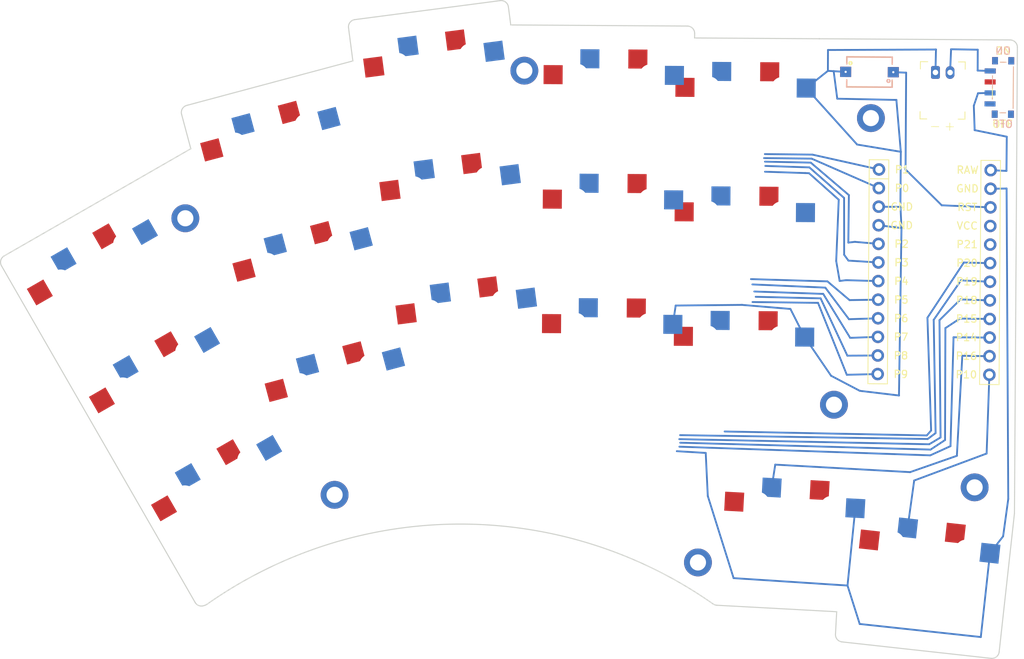
<source format=kicad_pcb>
(kicad_pcb (version 20240108) (generator "pcbnew") (generator_version "8.0")
  (title_block (title "main_pcb") (rev "v1.0.0") (company "Unknown"))
  (layers (0 "F.Cu" signal) (31 "B.Cu" signal) (34 "B.Paste" user) (35 "F.Paste" user) (36 "B.SilkS" user "B.Silkscreen") (37 "F.SilkS" user "F.Silkscreen") (38 "B.Mask" user) (39 "F.Mask" user) (44 "Edge.Cuts" user))
  (net 0 "")
  (net 1 "P14")
  (net 2 "GND")
  (net 3 "P9")
  (net 4 "P4")
  (net 5 "P15")
  (net 6 "P8")
  (net 7 "P3")
  (net 8 "P18")
  (net 9 "P7")
  (net 10 "P2")
  (net 11 "P19")
  (net 12 "P6")
  (net 13 "P1")
  (net 14 "P20")
  (net 15 "P5")
  (net 16 "P0")
  (net 17 "P16")
  (net 18 "P10")
  (net 19 "RAW")
  (net 20 "RST")
  (net 21 "VCC")
  (net 22 "P21")
  (net 23 "PWR_SW")
  (footprint "ceoloide:mounting_hole_plated" (layer "F.Cu") (at 215.779777 128.875683 15)
    (property "Reference" "H6" (hide yes))
    (property "Value" "")
    (pad "" thru_hole circle (at 0 0 15) (size 3.8 3.8) (drill 2.2) (layers "*.Cu" "*.Mask"))
  )
  (footprint "PG1350" (layer "F.Cu") (at 185.603331 104.602872 -0.36)
    (property "Reference" "S11" (hide yes))
    (property "Value" "" (hide yes))
    (pad "" np_thru_hole circle (at -5.500003 -0.000001 15) (size 1.7018 1.7018) (drill 1.7018) (layers "*.Cu" "*.Mask"))
    (pad "" np_thru_hole circle (at -4.999999 -3.75 15) (size 3 3) (drill 3) (layers "*.Cu" "*.Mask"))
    (pad "" np_thru_hole circle (at 0 0 15) (size 3.429 3.429) (drill 3.429) (layers "*.Cu" "*.Mask"))
    (pad "" np_thru_hole circle (at 0.000002 -5.949999 15) (size 3 3) (drill 3) (layers "*.Cu" "*.Mask"))
    (pad "" np_thru_hole circle (at 0.000002 -5.949999 15) (size 3 3) (drill 3) (layers "*.Cu" "*.Mask"))
    (pad "" np_thru_hole circle (at 5.000002 -3.749997 15) (size 3 3) (drill 3) (layers "*.Cu" "*.Mask"))
    (pad "" np_thru_hole circle (at 5.500003 0.000001 15) (size 1.7018 1.7018) (drill 1.7018) (layers "*.Cu" "*.Mask"))
    (pad "1" smd rect (at -3.275 -5.949999 359.64) (size 2.6 2.6) (layers "B.Cu" "B.Paste" "B.Mask") (net 12 "P6"))
    (pad "1" smd rect (at 3.275002 -5.950001 359.64) (size 2.6 2.6) (layers "F.Cu" "F.Paste" "F.Mask") (net 12 "P6"))
    (pad "2" smd rect (at -8.274997 -3.75 359.64) (size 2.6 2.6) (layers "F.Cu" "F.Paste" "F.Mask") (net 2 "GND"))
    (pad "2" smd rect (at 8.274999 -3.749998 359.64) (size 2.6 2.6) (layers "B.Cu" "B.Paste" "B.Mask") (net 2 "GND"))
  )
  (footprint "PG1350" (layer "F.Cu") (at 203.592805 106.335934 -0.36)
    (property "Reference" "S14" (hide yes))
    (property "Value" "" (hide yes))
    (pad "" np_thru_hole circle (at -5.500003 -0.000001 15) (size 1.7018 1.7018) (drill 1.7018) (layers "*.Cu" "*.Mask"))
    (pad "" np_thru_hole circle (at -4.999999 -3.75 15) (size 3 3) (drill 3) (layers "*.Cu" "*.Mask"))
    (pad "" np_thru_hole circle (at 0 0 15) (size 3.429 3.429) (drill 3.429) (layers "*.Cu" "*.Mask"))
    (pad "" np_thru_hole circle (at 0.000002 -5.949999 15) (size 3 3) (drill 3) (layers "*.Cu" "*.Mask"))
    (pad "" np_thru_hole circle (at 0.000002 -5.949999 15) (size 3 3) (drill 3) (layers "*.Cu" "*.Mask"))
    (pad "" np_thru_hole circle (at 5.000002 -3.749997 15) (size 3 3) (drill 3) (layers "*.Cu" "*.Mask"))
    (pad "" np_thru_hole circle (at 5.500003 0.000001 15) (size 1.7018 1.7018) (drill 1.7018) (layers "*.Cu" "*.Mask"))
    (pad "1" smd rect (at -3.275 -5.949999 359.64) (size 2.6 2.6) (layers "B.Cu" "B.Paste" "B.Mask") (net 15 "P5"))
    (pad "1" smd rect (at 3.275002 -5.950001 359.64) (size 2.6 2.6) (layers "F.Cu" "F.Paste" "F.Mask") (net 15 "P5"))
    (pad "2" smd rect (at -8.274997 -3.75 359.64) (size 2.6 2.6) (layers "F.Cu" "F.Paste" "F.Mask") (net 2 "GND"))
    (pad "2" smd rect (at 8.274999 -3.749998 359.64) (size 2.6 2.6) (layers "B.Cu" "B.Paste" "B.Mask") (net 2 "GND"))
  )
  (footprint "ceoloide:mounting_hole_plated" (layer "F.Cu") (at 173.532879 83.25552 15)
    (property "Reference" "H3" (hide yes))
    (property "Value" "")
    (pad "" thru_hole circle (at 0 0 15) (size 3.8 3.8) (drill 2.2) (layers "*.Cu" "*.Mask"))
  )
  (footprint "PG1350" (layer "F.Cu") (at 139.848218 95.553891 15)
    (property "Reference" "S6" (hide yes))
    (property "Value" "" (hide yes))
    (pad "" np_thru_hole circle (at -5.500002 0.000001 15) (size 1.7018 1.7018) (drill 1.7018) (layers "*.Cu" "*.Mask"))
    (pad "" np_thru_hole circle (at -4.999999 -3.750002 15) (size 3 3) (drill 3) (layers "*.Cu" "*.Mask"))
    (pad "" np_thru_hole circle (at 0 -5.949995 15) (size 3 3) (drill 3) (layers "*.Cu" "*.Mask"))
    (pad "" np_thru_hole circle (at 0 -5.949995 15) (size 3 3) (drill 3) (layers "*.Cu" "*.Mask"))
    (pad "" np_thru_hole circle (at 0 0 15) (size 3.429 3.429) (drill 3.429) (layers "*.Cu" "*.Mask"))
    (pad "" np_thru_hole circle (at 4.999996 -3.75 15) (size 3 3) (drill 3) (layers "*.Cu" "*.Mask"))
    (pad "" np_thru_hole circle (at 5.500002 -0.000001 15) (size 1.7018 1.7018) (drill 1.7018) (layers "*.Cu" "*.Mask"))
    (pad "1" smd rect (at -3.274998 -5.949998 15) (size 2.6 2.6) (layers "B.Cu" "B.Paste" "B.Mask") (net 7 "P3"))
    (pad "1" smd rect (at 3.275001 -5.950003 15) (size 2.6 2.6) (layers "F.Cu" "F.Paste" "F.Mask") (net 7 "P3"))
    (pad "2" smd rect (at -8.275002 -3.750001 15) (size 2.6 2.6) (layers "F.Cu" "F.Paste" "F.Mask") (net 2 "GND"))
    (pad "2" smd rect (at 8.275 -3.75 15) (size 2.6 2.6) (layers "B.Cu" "B.Paste" "B.Mask") (net 2 "GND"))
  )
  (footprint "ceoloide:mounting_hole_plated" (layer "F.Cu") (at 234.976401 140.158352 15)
    (property "Reference" "H5" (hide yes))
    (property "Value" "")
    (pad "" thru_hole circle (at 0 0 15) (size 3.8 3.8) (drill 2.2) (layers "*.Cu" "*.Mask"))
  )
  (footprint "ceoloide:mounting_hole_plated" (layer "F.Cu") (at 220.821768 89.737105 15)
    (property "Reference" "H7" (hide yes))
    (property "Value" "")
    (pad "" thru_hole circle (at 0 0 15) (size 3.8 3.8) (drill 2.2) (layers "*.Cu" "*.Mask"))
  )
  (footprint "ceoloide:mcu_supermini_nrf52840" (layer "F.Cu") (at 229.463438 109.498547 -0.36)
    (property "Reference" "MCU1" (hide yes))
    (property "Value" "")
    (fp_line (start -8.950002 16.569997) (end -6.290001 16.570001) (stroke (width 0.12)) (layer "F.SilkS"))
    (fp_line (start -8.949999 -14.030001) (end -8.950002 16.569997) (stroke (width 0.12)) (layer "F.SilkS"))
    (fp_line (start -8.949999 -14.030001) (end -6.29 -14.030001) (stroke (width 0.12)) (layer "F.SilkS"))
    (fp_line (start -6.289999 -11.430002) (end -8.950001 -11.43) (stroke (width 0.12)) (layer "F.SilkS"))
    (fp_line (start -6.29 -14.030001) (end -6.290001 16.570001) (stroke (width 0.12)) (layer "F.SilkS"))
    (fp_line (start 6.289998 16.57) (end 8.949999 16.569998) (stroke (width 0.12)) (layer "F.SilkS"))
    (fp_line (start 6.290002 -14.029999) (end 6.289998 16.57) (stroke (width 0.12)) (layer "F.SilkS"))
    (fp_line (start 6.290002 -14.029999) (end 8.949998 -14.029997) (stroke (width 0.12)) (layer "F.SilkS"))
    (fp_line (start 8.949998 -14.029997) (end 8.949999 16.569998) (stroke (width 0.12)) (layer "F.SilkS"))
    (fp_text user "P8" (at -4.469999 12.699997 179.64) (layer "F.SilkS"))
    (fp_text user "VCC" (at 4.470002 -5.079999 179.64) (layer "F.SilkS"))
    (fp_text user "P20" (at 4.469997 -0.000002 179.64) (layer "F.SilkS"))
    (fp_text user "P0" (at -4.469999 -10.16 179.64) (layer "F.SilkS"))
    (fp_text user "RST" (at 4.469995 -7.620001 179.64) (layer "F.SilkS"))
    (fp_text user "P9" (at -4.469999 15.240003 179.64) (layer "F.SilkS"))
    (fp_text user "P5" (at -4.470002 5.079999 179.64) (layer "F.SilkS"))
    (fp_text user "P21" (at 4.469997 -2.54 179.64) (layer "F.SilkS"))
    (fp_text user "P2" (at -4.470001 -2.540002 179.64) (layer "F.SilkS"))
    (fp_text user "P19" (at 4.470001 2.540002 179.64) (layer "F.SilkS"))
    (fp_text user "GND" (at 4.47 -10.160001 179.64) (layer "F.SilkS"))
    (fp_text user "P3" (at -4.469997 0.000002 179.64) (layer "F.SilkS"))
    (fp_text user "P4" (at -4.469997 2.54 179.64) (layer "F.SilkS"))
    (fp_text user "P7" (at -4.47 10.160001 179.64) (layer "F.SilkS"))
    (fp_text user "P18" (at 4.470001 5.08 179.64) (layer "F.SilkS"))
    (fp_text user "GND" (at -4.470001 -5.08 179.64) (layer "F.SilkS"))
    (fp_text user "RAW" (at 4.469999 -12.699997 179.64) (layer "F.SilkS"))
    (fp_text user "P1" (at -4.470002 -12.699999 179.64) (layer "F.SilkS"))
    (fp_text user "P6" (at -4.469995 7.620001 179.64) (layer "F.SilkS"))
    (fp_text user "P16" (at 4.470002 12.699999 179.64) (layer "F.SilkS"))
    (fp_text user "P15" (at 4.470003 7.620002 179.64) (layer "F.SilkS"))
    (fp_text user "P14" (at 4.469999 10.16 179.64) (layer "F.SilkS"))
    (fp_text user "P10" (at 4.469999 15.239997 179.64) (layer "F.SilkS"))
    (fp_text user "GND" (at -4.470003 -7.620002 179.64) (layer "F.SilkS"))
    (pad "1" thru_hole circle (at 7.62 -12.7 359.64) (size 1.7 1.7) (drill 1) (layers "*.Cu" "*.Mask") (net 19 "RAW"))
    (pad "2" thru_hole circle (at 7.62 -10.16 359.64) (size 1.7 1.7) (drill 1) (layers "*.Cu" "*.Mask") (net 2 "GND"))
    (pad "3" thru_hole circle (at 7.619999 -7.620003 359.64) (size 1.7 1.7) (drill 1) (layers "*.Cu" "*.Mask") (net 20 "RST"))
    (pad "4" thru_hole circle (at 7.619998 -5.080001 359.64) (size 1.7 1.7) (drill 1) (layers "*.Cu" "*.Mask") (net 21 "VCC"))
    (pad "5" thru_hole circle (at 7.619997 -2.539999 359.64) (size 1.7 1.7) (drill 1) (layers "*.Cu" "*.Mask") (net 22 "P21"))
    (pad "6" thru_hole circle (at 7.619998 -0.000003 359.64) (size 1.7 1.7) (drill 1) (layers "*.Cu" "*.Mask") (net 14 "P20"))
    (pad "7" thru_hole circle (at 7.620003 2.539999 359.64) (size 1.7 1.7) (drill 1) (layers "*.Cu" "*.Mask") (net 11 "P19"))
    (pad "8" thru_hole circle (at 7.620001 5.079998 359.64) (size 1.7 1.7) (drill 1) (layers "*.Cu" "*.Mask") (net 8 "P18"))
    (pad "9" thru_hole circle (at 7.620003 7.619999 359.64) (size 1.7 1.7) (drill 1) (layers "*.Cu" "*.Mask") (net 5 "P15"))
    (pad "10" thru_hole circle (at 7.62 10.159999 359.64) (size 1.7 1.7) (drill 1) (layers "*.Cu" "*.Mask") (net 1 "P14"))
    (pad "11" thru_hole circle (at 7.619999 12.7 359.64) (size 1.7 1.7) (drill 1) (layers "*.Cu" "*.Mask") (net 17 "P16"))
    (pad "12" thru_hole circle (at 7.62 15.239997 359.64) (size 1.7 1.7) (drill 1) (layers "*.Cu" "*.Mask") (net 18 "P10"))
    (pad "13" thru_hole circle (at -7.62 15.240001 359.64) (size 1.7 1.7) (drill 1) (layers "*.Cu" "*.Mask") (net 3 "P9"))
    (pad "14" thru_hole circle (at -7.62 12.7 359.64) (size 1.7 1.7) (drill 1) (layers "*.Cu" "*.Mask") (net 6 "P8"))
    (pad "15" thru_hole circle (at -7.62 10.16 359.64) (size 1.7 1.7) (drill 1) (layers "*.Cu" "*.Mask") (net 9 "P7"))
    (pad "16" thru_hole circle (at -7.619999 7.620003 359.64) (size 1.7 1.7) (drill 1) (layers "*.Cu" "*.Mask") (net 12 "P6"))
    (pad "17" thru_hole circle (at -7.619998 5.080001 359.64) (size 1.7 1.7) (drill 1) (layers "*.Cu" "*.Mask") (net 15 "P5"))
    (pad "18" thru_hole circle (at -7.619997 2.539999 359.64) (size 1.7 1.7) (drill 1) (layers "*.Cu" "*.Mask") (net 4 "P4"))
    (pad "19" thru_hole circle (at -7.619998 0.000003 359.64) (size 1.7 1.7) (drill 1) (layers "*.Cu" "*.Mask") (net 7 "P3"))
    (pad "20" thru_hole circle (at -7.620003 -2.539999 359.64) (size 1.7 1.7) (drill 1) (layers "*.Cu" "*.Mask") (net 10 "P2"))
    (pad "21" thru_hole circle (at -7.620001 -5.079998 359.64) (size 1.7 1.7) (drill 1) (layers "*.Cu" "*.Mask") (net 2 "GND"))
    (pad "22" thru_hole circle (at -7.620003 -7.619999 359.64) (size 1.7 1.7) (drill 1) (layers "*.Cu" "*.Mask") (net 2 "GND"))
    (pad "23" thru_hole circle (at -7.62 -10.159999 359.64) (size 1.7 1.7) (drill 1) (layers "*.Cu" "*.Mask") (net 16 "P0"))
    (pad "24" thru_hole circle (at -7.619999 -12.7 359.64) (size 1.7 1.7) (drill 1) (layers "*.Cu" "*.Mask") (net 13 "P1"))
  )
  (footprint "PG1350" (layer "F.Cu") (at 144.248137 111.974634 15)
    (property "Reference" "S5" (hide yes))
    (property "Value" "" (hide yes))
    (pad "" np_thru_hole circle (at -5.500002 0.000001 15) (size 1.7018 1.7018) (drill 1.7018) (layers "*.Cu" "*.Mask"))
    (pad "" np_thru_hole circle (at -4.999999 -3.750002 15) (size 3 3) (drill 3) (layers "*.Cu" "*.Mask"))
    (pad "" np_thru_hole circle (at 0 -5.949995 15) (size 3 3) (drill 3) (layers "*.Cu" "*.Mask"))
    (pad "" np_thru_hole circle (at 0 -5.949995 15) (size 3 3) (drill 3) (layers "*.Cu" "*.Mask"))
    (pad "" np_thru_hole circle (at 0 0 15) (size 3.429 3.429) (drill 3.429) (layers "*.Cu" "*.Mask"))
    (pad "" np_thru_hole circle (at 4.999996 -3.75 15) (size 3 3) (drill 3) (layers "*.Cu" "*.Mask"))
    (pad "" np_thru_hole circle (at 5.500002 -0.000001 15) (size 1.7018 1.7018) (drill 1.7018) (layers "*.Cu" "*.Mask"))
    (pad "1" smd rect (at -3.274998 -5.949998 15) (size 2.6 2.6) (layers "B.Cu" "B.Paste" "B.Mask") (net 6 "P8"))
    (pad "1" smd rect (at 3.275001 -5.950003 15) (size 2.6 2.6) (layers "F.Cu" "F.Paste" "F.Mask") (net 6 "P8"))
    (pad "2" smd rect (at -8.275002 -3.750001 15) (size 2.6 2.6) (layers "F.Cu" "F.Paste" "F.Mask") (net 2 "GND"))
    (pad "2" smd rect (at 8.275 -3.75 15) (size 2.6 2.6) (layers "B.Cu" "B.Paste" "B.Mask") (net 2 "GND"))
  )
  (footprint "PG1350" (layer "F.Cu") (at 210.229739 146.307598 -3.1)
    (property "Reference" "S16" (hide yes))
    (property "Value" "" (hide yes))
    (pad "" np_thru_hole circle (at -5.5 0 15) (size 1.7018 1.7018) (drill 1.7018) (layers "*.Cu" "*.Mask"))
    (pad "" np_thru_hole circle (at -5.000003 -3.75 15) (size 3 3) (drill 3) (layers "*.Cu" "*.Mask"))
    (pad "" np_thru_hole circle (at -0.000001 -5.949999 15) (size 3 3) (drill 3) (layers "*.Cu" "*.Mask"))
    (pad "" np_thru_hole circle (at -0.000001 -5.949999 15) (size 3 3) (drill 3) (layers "*.Cu" "*.Mask"))
    (pad "" np_thru_hole circle (at 0 0 15) (size 3.429 3.429) (drill 3.429) (layers "*.Cu" "*.Mask"))
    (pad "" np_thru_hole circle (at 5 -3.750001 15) (size 3 3) (drill 3) (layers "*.Cu" "*.Mask"))
    (pad "" np_thru_hole circle (at 5.5 0 15) (size 1.7018 1.7018) (drill 1.7018) (layers "*.Cu" "*.Mask"))
    (pad "1" smd rect (at -3.274999 -5.950001 356.9) (size 2.6 2.6) (layers "B.Cu" "B.Paste" "B.Mask") (net 17 "P16"))
    (pad "1" smd rect (at 3.275002 -5.950002 356.9) (size 2.6 2.6) (layers "F.Cu" "F.Paste" "F.Mask") (net 17 "P16"))
    (pad "2" smd rect (at -8.275 -3.750002 356.9) (size 2.6 2.6) (layers "F.Cu" "F.Paste" "F.Mask") (net 2 "GND"))
    (pad "2" smd rect (at 8.275002 -3.750001 356.9) (size 2.6 2.6) (layers "B.Cu" "B.Paste" "B.Mask") (net 2 "GND"))
  )
  (footprint "PG1350" (layer "F.Cu") (at 185.710147 87.603206 -0.36)
    (property "Reference" "S12" (hide yes))
    (property "Value" "" (hide yes))
    (pad "" np_thru_hole circle (at -5.500003 -0.000001 15) (size 1.7018 1.7018) (drill 1.7018) (layers "*.Cu" "*.Mask"))
    (pad "" np_thru_hole circle (at -4.999999 -3.75 15) (size 3 3) (drill 3) (layers "*.Cu" "*.Mask"))
    (pad "" np_thru_hole circle (at 0 0 15) (size 3.429 3.429) (drill 3.429) (layers "*.Cu" "*.Mask"))
    (pad "" np_thru_hole circle (at 0.000002 -5.949999 15) (size 3 3) (drill 3) (layers "*.Cu" "*.Mask"))
    (pad "" np_thru_hole circle (at 0.000002 -5.949999 15) (size 3 3) (drill 3) (layers "*.Cu" "*.Mask"))
    (pad "" np_thru_hole circle (at 5.000002 -3.749997 15) (size 3 3) (drill 3) (layers "*.Cu" "*.Mask"))
    (pad "" np_thru_hole circle (at 5.500003 0.000001 15) (size 1.7018 1.7018) (drill 1.7018) (layers "*.Cu" "*.Mask"))
    (pad "1" smd rect (at -3.275 -5.949999 359.64) (size 2.6 2.6) (layers "B.Cu" "B.Paste" "B.Mask") (net 13 "P1"))
    (pad "1" smd rect (at 3.275002 -5.950001 359.64) (size 2.6 2.6) (layers "F.Cu" "F.Paste" "F.Mask") (net 13 "P1"))
    (pad "2" smd rect (at -8.274997 -3.75 359.64) (size 2.6 2.6) (layers "F.Cu" "F.Paste" "F.Mask") (net 2 "GND"))
    (pad "2" smd rect (at 8.274999 -3.749998 359.64) (size 2.6 2.6) (layers "B.Cu" "B.Paste" "B.Mask") (net 2 "GND"))
  )
  (footprint "ceoloide:mounting_hole_plated" (layer "F.Cu") (at 147.642679 141.180124 15)
    (property "Reference" "H2" (hide yes))
    (property "Value" "")
    (pad "" thru_hole circle (at 0 0 15) (size 3.8 3.8) (drill 2.2) (layers "*.Cu" "*.Mask"))
  )
  (footprint "PG1350" (layer "F.Cu") (at 124.93625 127.40857 29.89)
    (property "Reference" "S2" (hide yes))
    (property "Value" "" (hide yes))
    (pad "" np_thru_hole circle (at -5.500001 0 15) (size 1.7018 1.7018) (drill 1.7018) (layers "*.Cu" "*.Mask"))
    (pad "" np_thru_hole circle (at -5 -3.749998 15) (size 3 3) (drill 3) (layers "*.Cu" "*.Mask"))
    (pad "" np_thru_hole circle (at -0.000004 -5.949998 15) (size 3 3) (drill 3) (layers "*.Cu" "*.Mask"))
    (pad "" np_thru_hole circle (at -0.000004 -5.949998 15) (size 3 3) (drill 3) (layers "*.Cu" "*.Mask"))
    (pad "" np_thru_hole circle (at 0 0 15) (size 3.429 3.429) (drill 3.429) (layers "*.Cu" "*.Mask"))
    (pad "" np_thru_hole circle (at 5.000003 -3.75 15) (size 3 3) (drill 3) (layers "*.Cu" "*.Mask"))
    (pad "" np_thru_hole circle (at 5.500001 0 15) (size 1.7018 1.7018) (drill 1.7018) (layers "*.Cu" "*.Mask"))
    (pad "1" smd rect (at -3.274997 -5.950001 29.89) (size 2.6 2.6) (layers "B.Cu" "B.Paste" "B.Mask") (net 3 "P9"))
    (pad "1" smd rect (at 3.274998 -5.949998 29.89) (size 2.6 2.6) (layers "F.Cu" "F.Paste" "F.Mask") (net 3 "P9"))
    (pad "2" smd rect (at -8.275003 -3.750001 29.89) (size 2.6 2.6) (layers "F.Cu" "F.Paste" "F.Mask") (net 2 "GND"))
    (pad "2" smd rect (at 8.274999 -3.750002 29.89) (size 2.6 2.6) (layers "B.Cu" "B.Paste" "B.Mask") (net 2 "GND"))
  )
  (footprint "PG1350" (layer "F.Cu") (at 166.089872 119.112806 7.45)
    (property "Reference" "S7" (hide yes))
    (property "Value" "" (hide yes))
    (pad "" np_thru_hole circle (at -5.5 0.000003 15) (size 1.7018 1.7018) (drill 1.7018) (layers "*.Cu" "*.Mask"))
    (pad "" np_thru_hole circle (at -5 -3.749999 15) (size 3 3) (drill 3) (layers "*.Cu" "*.Mask"))
    (pad "" np_thru_hole circle (at -0.000002 -5.950001 15) (size 3 3) (drill 3) (layers "*.Cu" "*.Mask"))
    (pad "" np_thru_hole circle (at -0.000002 -5.950001 15) (size 3 3) (drill 3) (layers "*.Cu" "*.Mask"))
    (pad "" np_thru_hole circle (at 0 0 15) (size 3.429 3.429) (drill 3.429) (layers "*.Cu" "*.Mask"))
    (pad "" np_thru_hole circle (at 5.000002 -3.750001 15) (size 3 3) (drill 3) (layers "*.Cu" "*.Mask"))
    (pad "" np_thru_hole circle (at 5.5 -0.000003 15) (size 1.7018 1.7018) (drill 1.7018) (layers "*.Cu" "*.Mask"))
    (pad "1" smd rect (at -3.274997 -5.950001 7.45) (size 2.6 2.6) (layers "B.Cu" "B.Paste" "B.Mask") (net 8 "P18"))
    (pad "1" smd rect (at 3.275001 -5.95 7.45) (size 2.6 2.6) (layers "F.Cu" "F.Paste" "F.Mask") (net 8 "P18"))
    (pad "2" smd rect (at -8.274999 -3.749998 7.45) (size 2.6 2.6) (layers "F.Cu" "F.Paste" "F.Mask") (net 2 "GND"))
    (pad "2" smd rect (at 8.275001 -3.750002 7.45) (size 2.6 2.6) (layers "B.Cu" "B.Paste" "B.Mask") (net 2 "GND"))
  )
  (footprint "ceoloide:battery_connector_jst_ph_2" (layer "F.Cu") (at 230.62678 83.505346 -0.36)
    (property "Reference" "JST1" (hide yes))
    (property "Value" "")
    (fp_line (start -3.059997 6.36) (end -3.059998 5.359998) (stroke (width 0.12)) (layer "F.SilkS"))
    (fp_line (start -3.060001 -1.459999) (end -3.059999 -0.460001) (stroke (width 0.12)) (layer "F.SilkS"))
    (fp_line (start -2.140003 6.360003) (end -3.059997 6.36) (stroke (width 0.12)) (layer "F.SilkS"))
    (fp_line (start -2.059998 -1.459998) (end -3.060001 -1.459999) (stroke (width 0.12)) (layer "F.SilkS"))
    (fp_line (start -1.499999 7.4) (end -0.5 7.400002) (stroke (width 0.1)) (layer "F.SilkS"))
    (fp_line (start 1 6.899998) (end 1.000001 7.900002) (stroke (width 0.1)) (layer "F.SilkS"))
    (fp_line (start 1.500001 7.400002) (end 0.5 7.399997) (stroke (width 0.1)) (layer "F.SilkS"))
    (fp_line (start 2.140003 6.360004) (end 3.059999 6.359999) (stroke (width 0.12)) (layer "F.SilkS"))
    (fp_line (start 2.139998 -1.460003) (end 3.060001 -1.460001) (stroke (width 0.12)) (layer "F.SilkS"))
    (fp_line (start 3.059999 6.359999) (end 3.059999 5.359999) (stroke (width 0.12)) (layer "F.SilkS"))
    (fp_line (start 3.060001 -1.460001) (end 3.059999 -0.46) (stroke (width 0.12)) (layer "F.SilkS"))
    (pad "1" thru_hole roundrect (at -0.999998 -0.000001 359.64) (size 1.2 1.75) (drill 0.75) (layers "*.Cu" "*.Mask") (roundrect_rratio 0.2) (net 2 "GND"))
    (pad "2" thru_hole oval (at 0.999998 0.000001 359.64) (size 1.2 1.75) (drill 0.75) (layers "*.Cu" "*.Mask") (net 23 "PWR_SW"))
  )
  (footprint "PG1350" (layer "F.Cu") (at 203.485986 123.3356 -0.36)
    (property "Reference" "S13" (hide yes))
    (property "Value" "" (hide yes))
    (pad "" np_thru_hole circle (at -5.500003 -0.000001 15) (size 1.7018 1.7018) (drill 1.7018) (layers "*.Cu" "*.Mask"))
    (pad "" np_thru_hole circle (at -4.999999 -3.75 15) (size 3 3) (drill 3) (layers "*.Cu" "*.Mask"))
    (pad "" np_thru_hole circle (at 0 0 15) (size 3.429 3.429) (drill 3.429) (layers "*.Cu" "*.Mask"))
    (pad "" np_thru_hole circle (at 0.000002 -5.949999 15) (size 3 3) (drill 3) (layers "*.Cu" "*.Mask"))
    (pad "" np_thru_hole circle (at 0.000002 -5.949999 15) (size 3 3) (drill 3) (layers "*.Cu" "*.Mask"))
    (pad "" np_thru_hole circle (at 5.000002 -3.749997 15) (size 3 3) (drill 3) (layers "*.Cu" "*.Mask"))
    (pad "" np_thru_hole circle (at 5.500003 0.000001 15) (size 1.7018 1.7018) (drill 1.7018) (layers "*.Cu" "*.Mask"))
    (pad "1" smd rect (at -3.275 -5.949999 359.64) (size 2.6 2.6) (layers "B.Cu" "B.Paste" "B.Mask") (net 14 "P20"))
    (pad "1" smd rect (at 3.275002 -5.950001 359.64) (size 2.6 2.6) (layers "F.Cu" "F.Paste" "F.Mask") (net 14 "P20"))
    (pad "2" smd rect (at -8.274997 -3.75 359.64) (size 2.6 2.6) (layers "F.Cu" "F.Paste" "F.Mask") (net 2 "GND"))
    (pad "2" smd rect (at 8.274999 -3.749998 359.64) (size 2.6 2.6) (layers "B.Cu" "B.Paste" "B.Mask") (net 2 "GND"))
  )
  (footprint "ceoloide:mounting_hole_plated" (layer "F.Cu") (at 197.221623 150.412747 15)
    (property "Reference" "H4" (hide yes))
    (property "Value" "")
    (pad "" thru_hole circle (at 0 0 15) (size 3.8 3.8) (drill 2.2) (layers "*.Cu" "*.Mask"))
  )
  (footprint "PG1350" (layer "F.Cu") (at 148.648062 128.395366 15)
    (property "Reference" "S4" (hide yes))
    (property "Value" "" (hide yes))
    (pad "" np_thru_hole circle (at -5.500002 0.000001 15) (size 1.7018 1.7018) (drill 1.7018) (layers "*.Cu" "*.Mask"))
    (pad "" np_thru_hole circle (at -4.999999 -3.750002 15) (size 3 3) (drill 3) (layers "*.Cu" "*.Mask"))
    (pad "" np_thru_hole circle (at 0 -5.949995 15) (size 3 3) (drill 3) (layers "*.Cu" "*.Mask"))
    (pad "" np_thru_hole circle (at 0 -5.949995 15) (size 3 3) (drill 3) (layers "*.Cu" "*.Mask"))
    (pad "" np_thru_hole circle (at 0 0 15) (size 3.429 3.429) (drill 3.429) (layers "*.Cu" "*.Mask"))
    (pad "" np_thru_hole circle (at 4.999996 -3.75 15) (size 3 3) (drill 3) (layers "*.Cu" "*.Mask"))
    (pad "" np_thru_hole circle (at 5.500002 -0.000001 15) (size 1.7018 1.7018) (drill 1.7018) (layers "*.Cu" "*.Mask"))
    (pad "1" smd rect (at -3.274998 -5.949998 15) (size 2.6 2.6) (layers "B.Cu" "B.Paste" "B.Mask") (net 5 "P15"))
    (pad "1" smd rect (at 3.275001 -5.950003 15) (size 2.6 2.6) (layers "F.Cu" "F.Paste" "F.Mask") (net 5 "P15"))
    (pad "2" smd rect (at -8.275002 -3.750001 15) (size 2.6 2.6) (layers "F.Cu" "F.Paste" "F.Mask") (net 2 "GND"))
    (pad "2" smd rect (at 8.275 -3.75 15) (size 2.6 2.6) (layers "B.Cu" "B.Paste" "B.Mask") (net 2 "GND"))
  )
  (footprint "PG1350" (layer "F.Cu") (at 161.681406 85.39982 7.45)
    (property "Reference" "S9" (hide yes))
    (property "Value" "" (hide yes))
    (pad "" np_thru_hole circle (at -5.5 0.000003 15) (size 1.7018 1.7018) (drill 1.7018) (layers "*.Cu" "*.Mask"))
    (pad "" np_thru_hole circle (at -5 -3.749999 15) (size 3 3) (drill 3) (layers "*.Cu" "*.Mask"))
    (pad "" np_thru_hole circle (at -0.000002 -5.950001 15) (size 3 3) (drill 3) (layers "*.Cu" "*.Mask"))
    (pad "" np_thru_hole circle (at -0.000002 -5.950001 15) (size 3 3) (drill 3) (layers "*.Cu" "*.Mask"))
    (pad "" np_thru_hole circle (at 0 0 15) (size 3.429 3.429) (drill 3.429) (layers "*.Cu" "*.Mask"))
    (pad "" np_thru_hole circle (at 5.000002 -3.750001 15) (size 3 3) (drill 3) (layers "*.Cu" "*.Mask"))
    (pad "" np_thru_hole circle (at 5.5 -0.000003 15) (size 1.7018 1.7018) (drill 1.7018) (layers "*.Cu" "*.Mask"))
    (pad "1" smd rect (at -3.274997 -5.950001 7.45) (size 2.6 2.6) (layers "B.Cu" "B.Paste" "B.Mask") (net 10 "P2"))
    (pad "1" smd rect (at 3.275001 -5.95 7.45) (size 2.6 2.6) (layers "F.Cu" "F.Paste" "F.Mask") (net 10 "P2"))
    (pad "2" smd rect (at -8.274999 -3.749998 7.45) (size 2.6 2.6) (layers "F.Cu" "F.Paste" "F.Mask") (net 2 "GND"))
    (pad "2" smd rect (at 8.275001 -3.750002 7.45) (size 2.6 2.6) (layers "B.Cu" "B.Paste" "B.Mask") (net 2 "GND"))
  )
  (footprint "434121025816" (layer "F.Cu") (at 220.626972 83.442517 -0.36)
    (property "Reference" "S18" (hide yes))
    (property "Value" "" (hide yes))
    (fp_line (start -3.100002 2.050001) (end 3.100001 2.050002) (stroke (width 0.2)) (layer "B.SilkS"))
    (fp_line (start -3.100001 1.099999) (end -3.100002 2.050001) (stroke (width 0.2)) (layer "B.SilkS"))
    (fp_line (start -3.100003 -1.100001) (end -3.100001 -2.050002) (stroke (width 0.2)) (layer "B.SilkS"))
    (fp_line (start -3.100001 -2.050002) (end 3.100002 -2.050001) (stroke (width 0.2)) (layer "B.SilkS"))
    (fp_line (start 3.100001 2.050002) (end 3.100003 1.100001) (stroke (width 0.2)) (layer "B.SilkS"))
    (fp_line (start 3.100002 -2.050001) (end 3.100001 -1.099999) (stroke (width 0.2)) (layer "B.SilkS"))
    (fp_circle (center 2.599997 1.199998) (end 2.500003 1.199999) (stroke (width 0.2)) (fill none) (layer "B.SilkS"))
    (fp_line (start -3.100002 2.050001) (end 3.100001 2.050002) (stroke (width 0.2)) (layer "F.SilkS"))
    (fp_line (start -3.100001 1.099999) (end -3.100002 2.050001) (stroke (width 0.2)) (layer "F.SilkS"))
    (fp_line (start -3.100003 -1.100001) (end -3.100001 -2.050002) (stroke (width 0.2)) (layer "F.SilkS"))
    (fp_line (start -3.100001 -2.050002) (end 3.100002 -2.050001) (stroke (width 0.2)) (layer "F.SilkS"))
    (fp_line (start 3.100001 2.050002) (end 3.100003 1.100001) (stroke (width 0.2)) (layer "F.SilkS"))
    (fp_line (start 3.100002 -2.050001) (end 3.100001 -1.099999) (stroke (width 0.2)) (layer "F.SilkS"))
    (fp_circle (center -2.599997 -1.199998) (end -2.500003 -1.199999) (stroke (width 0.2)) (fill none) (layer "F.SilkS"))
    (pad "1" thru_hole rect (at -3.250003 -0.000001 359.64) (size 1.5 1.4) (drill 0.3) (layers "*.Cu" "*.Mask") (net 2 "GND"))
    (pad "2" thru_hole rect (at 3.250003 0.000001 359.64) (size 1.5 1.4) (drill 0.3) (layers "*.Cu" "*.Mask") (net 20 "RST"))
  )
  (footprint "PG1350" (layer "F.Cu") (at 133.40797 142.147295 29.89)
    (property "Reference" "S1" (hide yes))
    (property "Value" "" (hide yes))
    (pad "" np_thru_hole circle (at -5.500001 0 15) (size 1.7018 1.7018) (drill 1.7018) (layers "*.Cu" "*.Mask"))
    (pad "" np_thru_hole circle (at -5 -3.749998 15) (size 3 3) (drill 3) (layers "*.Cu" "*.Mask"))
    (pad "" np_thru_hole circle (at -0.000004 -5.949998 15) (size 3 3) (drill 3) (layers "*.Cu" "*.Mask"))
    (pad "" np_thru_hole circle (at -0.000004 -5.949998 15) (size 3 3) (drill 3) (layers "*.Cu" "*.Mask"))
    (pad "" np_thru_hole circle (at 0 0 15) (size 3.429 3.429) (drill 3.429) (layers "*.Cu" "*.Mask"))
    (pad "" np_thru_hole circle (at 5.000003 -3.75 15) (size 3 3) (drill 3) (layers "*.Cu" "*.Mask"))
    (pad "" np_thru_hole circle (at 5.500001 0 15) (size 1.7018 1.7018) (drill 1.7018) (layers "*.Cu" "*.Mask"))
    (pad "1" smd rect (at -3.274997 -5.950001 29.89) (size 2.6 2.6) (layers "B.Cu" "B.Paste" "B.Mask") (net 1 "P14"))
    (pad "1" smd rect (at 3.274998 -5.949998 29.89) (size 2.6 2.6) (layers "F.Cu" "F.Paste" "F.Mask") (net 1 "P14"))
    (pad "2" smd rect (at -8.275003 -3.750001 29.89) (size 2.6 2.6) (layers "F.Cu" "F.Paste" "F.Mask") (net 2 "GND"))
    (pad "2" smd rect (at 8.274999 -3.750002 29.89) (size 2.6 2.6) (layers "B.Cu" "B.Paste" "B.Mask") (net 2 "GND"))
  )
  (footprint "PG1350" (layer "F.Cu") (at 203.699613 89.336265 -0.36)
    (property "Reference" "S15" (hide yes))
    (property "Value" "" (hide yes))
    (pad "" np_thru_hole circle (at -5.500003 -0.000001 15) (size 1.7018 1.7018) (drill 1.7018) (layers "*.Cu" "*.Mask"))
    (pad "" np_thru_hole circle (at -4.999999 -3.75 15) (size 3 3) (drill 3) (layers "*.Cu" "*.Mask"))
    (pad "" np_thru_hole circle (at 0 0 15) (size 3.429 3.429) (drill 3.429) (layers "*.Cu" "*.Mask"))
    (pad "" np_thru_hole circle (at 0.000002 -5.949999 15) (size 3 3) (drill 3) (layers "*.Cu" "*.Mask"))
    (pad "" np_thru_hole circle (at 0.000002 -5.949999 15) (size 3 3) (drill 3) (layers "*.Cu" "*.Mask"))
    (pad "" np_thru_hole circle (at 5.000002 -3.749997 15) (size 3 3) (drill 3) (layers "*.Cu" "*.Mask"))
    (pad "" np_thru_hole circle (at 5.500003 0.000001 15) (size 1.7018 1.7018) (drill 1.7018) (layers "*.Cu" "*.Mask"))
    (pad "1" smd rect (at -3.275 -5.949999 359.64) (size 2.6 2.6) (layers "B.Cu" "B.Paste" "B.Mask") (net 16 "P0"))
    (pad "1" smd rect (at 3.275002 -5.950001 359.64) (size 2.6 2.6) (layers "F.Cu" "F.Paste" "F.Mask") (net 16 "P0"))
    (pad "2" smd rect (at -8.274997 -3.75 359.64) (size 2.6 2.6) (layers "F.Cu" "F.Paste" "F.Mask") (net 2 "GND"))
    (pad "2" smd rect (at 8.274999 -3.749998 359.64) (size 2.6 2.6) (layers "B.Cu" "B.Paste" "B.Mask") (net 2 "GND"))
  )
  (footprint "PG1350" (layer "F.Cu") (at 163.885648 102.256306 7.45)
    (property "Reference" "S8" (hide yes))
    (property "Value" "" (hide yes))
    (pad "" np_thru_hole circle (at -5.5 0.000003 15) (size 1.7018 1.7018) (drill 1.7018) (layers "*.Cu" "*.Mask"))
    (pad "" np_thru_hole circle (at -5 -3.749999 15) (size 3 3) (drill 3) (layers "*.Cu" "*.Mask"))
    (pad "" np_thru_hole circle (at -0.000002 -5.950001 15) (size 3 3) (drill 3) (layers "*.Cu" "*.Mask"))
    (pad "" np_thru_hole circle (at -0.000002 -5.950001 15) (size 3 3) (drill 3) (layers "*.Cu" "*.Mask"))
    (pad "" np_thru_hole circle (at 0 0 15) (size 3.429 3.429) (drill 3.429) (layers "*.Cu" "*.Mask"))
    (pad "" np_thru_hole circle (at 5.000002 -3.750001 15) (size 3 3) (drill 3) (layers "*.Cu" "*.Mask"))
    (pad "" np_thru_hole circle (at 5.5 -0.000003 15) (size 1.7018 1.7018) (drill 1.7018) (layers "*.Cu" "*.Mask"))
    (pad "1" smd rect (at -3.274997 -5.950001 7.45) (size 2.6 2.6) (layers "B.Cu" "B.Paste" "B.Mask") (net 9 "P7"))
    (pad "1" smd rect (at 3.275001 -5.95 7.45) (size 2.6 2.6) (layers "F.Cu" "F.Paste" "F.Mask") (net 9 "P7"))
    (pad "2" smd rect (at -8.274999 -3.749998 7.45) (size 2.6 2.6) (layers "F.Cu" "F.Paste" "F.Mask") (net 2 "GND"))
    (pad "2" smd rect (at 8.275001 -3.750002 7.45) (size 2.6 2.6) (layers "B.Cu" "B.Paste" "B.Mask") (net 2 "GND"))
  )
  (footprint "PG1350" (layer "F.Cu") (at 116.464535 112.669844 29.89)
    (property "Reference" "S3" (hide yes))
    (property "Value" "" (hide yes))
    (pad "" np_thru_hole circle (at -5.500001 0 15) (size 1.7018 1.7018) (drill 1.7018) (layers "*.Cu" "*.Mask"))
    (pad "" np_thru_hole circle (at -5 -3.749998 15) (size 3 3) (drill 3) (layers "*.Cu" "*.Mask"))
    (pad "" np_thru_hole circle (at -0.000004 -5.949998 15) (size 3 3) (drill 3) (layers "*.Cu" "*.Mask"))
    (pad "" np_thru_hole circle (at -0.000004 -5.949998 15) (size 3 3) (drill 3) (layers "*.Cu" "*.Mask"))
    (pad "" np_thru_hole circle (at 0 0 15) (size 3.429 3.429) (drill 3.429) (layers "*.Cu" "*.Mask"))
    (pad "" np_thru_hole circle (at 5.000003 -3.75 15) (size 3 3) (drill 3) (layers "*.Cu" "*.Mask"))
    (pad "" np_thru_hole circle (at 5.500001 0 15) (size 1.7018 1.7018) (drill 1.7018) (layers "*.Cu" "*.Mask"))
    (pad "1" smd rect (at -3.274997 -5.950001 29.89) (size 2.6 2.6) (layers "B.Cu" "B.Paste" "B.Mask") (net 4 "P4"))
    (pad "1" smd rect (at 3.274998 -5.949998 29.89) (size 2.6 2.6) (layers "F.Cu" "F.Paste" "F.Mask") (net 4 "P4"))
    (pad "2" smd rect (at -8.275003 -3.750001 29.89) (size 2.6 2.6) (layers "F.Cu" "F.Paste" "F.Mask") (net 2 "GND"))
    (pad "2" smd rect (at 8.274999 -3.750002 29.89) (size 2.6 2.6) (layers "B.Cu" "B.Paste" "B.Mask") (net 2 "GND"))
  )
  (footprint "ceoloide:mounting_hole_plated" (layer "F.Cu") (at 127.274322 103.415029 15)
    (property "Reference" "H1" (hide yes))
    (property "Value" "")
    (pad "" thru_hole circle (at 0 0 15) (size 3.8 3.8) (drill 2.2) (layers "*.Cu" "*.Mask"))
  )
  (footprint "PG1350" (layer "F.Cu") (at 228.429886 151.975128 -6.3)
    (property "Reference" "S17" (hide yes))
    (property "Value" "" (hide yes))
    (pad "" np_thru_hole circle (at -5.500002 0 15) (size 1.7018 1.7018) (drill 1.7018) (layers "*.Cu" "*.Mask"))
    (pad "" np_thru_hole circle (at -5.000002 -3.750003 15) (size 3 3) (drill 3) (layers "*.Cu" "*.Mask"))
    (pad "" np_thru_hole circle (at 0 0 15) (size 3.429 3.429) (drill 3.429) (layers "*.Cu" "*.Mask"))
    (pad "" np_thru_hole circle (at 0.000001 -5.949997 15) (size 3 3) (drill 3) (layers "*.Cu" "*.Mask"))
    (pad "" np_thru_hole circle (at 0.000001 -5.949997 15) (size 3 3) (drill 3) (layers "*.Cu" "*.Mask"))
    (pad "" np_thru_hole circle (at 5 -3.749998 15) (size 3 3) (drill 3) (layers "*.Cu" "*.Mask"))
    (pad "" np_thru_hole circle (at 5.500002 0 15) (size 1.7018 1.7018) (drill 1.7018) (layers "*.Cu" "*.Mask"))
    (pad "1" smd rect (at -3.274997 -5.95 353.7) (size 2.6 2.6) (layers "B.Cu" "B.Paste" "B.Mask") (net 18 "P10"))
    (pad "1" smd rect (at 3.275 -5.949997 353.7) (size 2.6 2.6) (layers "F.Cu" "F.Paste" "F.Mask") (net 18 "P10"))
    (pad "2" smd rect (at -8.275 -3.75 353.7) (size 2.6 2.6) (layers "F.Cu" "F.Paste" "F.Mask") (net 2 "GND"))
    (pad "2" smd rect (at 8.275002 -3.749998 353.7) (size 2.6 2.6) (layers "B.Cu" "B.Paste" "B.Mask") (net 2 "GND"))
  )
  (footprint "ceoloide:power_switch_smd_side" (layer "F.Cu") (at 238.82405 85.556882 -0.36)
    (property "Reference" "PWR1" (hide yes))
    (property "Value" "")
    (fp_line (start -1.424999 1.400001) (end -1.425 1.600001) (stroke (width 0.12)) (layer "B.SilkS"))
    (fp_line (start -1.425 -1.599998) (end -1.425001 0.100001) (stroke (width 0.12)) (layer "B.SilkS"))
    (fp_line (start -0.374998 -3.450001) (end 0.414998 -3.450002) (stroke (width 0.12)) (layer "B.SilkS"))
    (fp_line (start 0.415003 3.450001) (end -0.375 3.450002) (stroke (width 0.12)) (layer "B.SilkS"))
    (fp_line (start 1.424999 -2.850002) (end 1.424999 2.849999) (stroke (width 0.12)) (layer "B.SilkS"))
    (fp_line (start -1.425 1.600001) (end -1.424999 -0.1) (stroke (width 0.12)) (layer "F.SilkS"))
    (fp_line (start -1.424998 -1.400002) (end -1.425 -1.599998) (stroke (width 0.12)) (layer "F.SilkS"))
    (fp_line (start -0.375 3.450002) (end 0.415003 3.450001) (stroke (width 0.12)) (layer "F.SilkS"))
    (fp_line (start 0.414998 -3.450002) (end -0.374998 -3.450001) (stroke (width 0.12)) (layer "F.SilkS"))
    (fp_line (start 1.424999 2.849999) (end 1.424999 -2.850002) (stroke (width 0.12)) (layer "F.SilkS"))
    (fp_text user "ON" (at -0.000004 -4.999998 179.64) (layer "B.SilkS") (effects (justify mirror)))
    (fp_text user "OFF" (at 0.000004 4.999998 179.64) (layer "B.SilkS") (effects (justify mirror)))
    (fp_text user "OFF" (at 0.000004 4.999998 179.64) (layer "F.SilkS"))
    (fp_text user "ON" (at -0.000004 -4.999998 179.64) (layer "F.SilkS"))
    (pad "" smd rect (at -1.085003 -3.65 89.64) (size 1 0.8) (layers "F.Cu" "F.Paste" "F.Mask"))
    (pad "" smd rect (at -1.085003 -3.65 269.64) (size 1 0.8) (layers "B.Cu" "B.Paste" "B.Mask"))
    (pad "" smd rect (at -1.084996 3.650003 89.64) (size 1 0.8) (layers "F.Cu" "F.Paste" "F.Mask"))
    (pad "" smd rect (at -1.084996 3.650003 269.64) (size 1 0.8) (layers "B.Cu" "B.Paste" "B.Mask"))
    (pad "" np_thru_hole circle (at 0.024999 -1.500003 89.64) (size 0.9 0.9) (drill 0.9) (layers "*.Cu" "*.Mask"))
    (pad "" np_thru_hole circle (at 0.025002 1.500002 89.64) (size 0.9 0.9) (drill 0.9) (layers "*.Cu" "*.Mask"))
    (pad "" smd rect (at 1.125 -3.649999 89.64) (size 1 0.8) (layers "F.Cu" "F.Paste" "F.Mask"))
    (pad "" smd rect (at 1.125 -3.649999 269.64) (size 1 0.8) (layers "B.Cu" "B.Paste" "B.Mask"))
    (pad "" smd rect (at 1.125 3.649999 89.64) (size 1 0.8) (layers "F.Cu" "F.Paste" "F.Mask"))
    (pad "" smd rect (at 1.125 3.649999 269.64) (size 1 0.8) (layers "B.Cu" "B.Paste" "B.Mask"))
    (pad "1" smd rect (at -1.734999 -2.250001 269.64) (size 0.7 1.5) (layers "B.Cu" "B.Paste" "B.Mask") (net 23 "PWR_SW"))
    (pad "1" smd rect (at -1.734998 2.250002 89.64) (size 0.7 1.5) (layers "F.Cu" "F.Paste" "F.Mask"))
    (pad "2" smd rect (at -1.735002 -0.749998 89.64) (size 0.7 1.5) (layers "F.Cu" "F.Paste" "F.Mask") (net 19 "RAW"))
    (pad "2" smd rect (at -1.734999 0.749998 269.64) (size 0.7 1.5) (layers "B.Cu" "B.Paste" "B.Mask") (net 19 "RAW"))
    (pad "3" smd rect (at -1.734999 -2.250001 89.64) (size 0.7 1.5) (layers "F.Cu" "F.Paste" "F.Mask") (net 23 "PWR_SW"))
    (pad "3" smd rect (at -1.734998 2.250002 269.64) (size 0.7 1.5) (layers "B.Cu" "B.Paste" "B.Mask"))
  )
  (footprint "PG1350" (layer "F.Cu") (at 185.496519 121.602536 -0.36)
    (property "Reference" "S10" (hide yes))
    (property "Value" "" (hide yes))
    (pad "" np_thru_hole circle (at -5.500003 -0.000001 15) (size 1.7018 1.7018) (drill 1.7018) (layers "*.Cu" "*.Mask"))
    (pad "" np_thru_hole circle (at -4.999999 -3.75 15) (size 3 3) (drill 3) (layers "*.Cu" "*.Mask"))
    (pad "" np_thru_hole circle (at 0 0 15) (size 3.429 3.429) (drill 3.429) (layers "*.Cu" "*.Mask"))
    (pad "" np_thru_hole circle (at 0.000002 -5.949999 15) (size 3 3) (drill 3) (layers "*.Cu" "*.Mask"))
    (pad "" np_thru_hole circle (at 0.000002 -5.949999 15) (size 3 3) (drill 3) (layers "*.Cu" "*.Mask"))
    (pad "" np_thru_hole circle (at 5.000002 -3.749997 15) (size 3 3) (drill 3) (layers "*.Cu" "*.Mask"))
    (pad "" np_thru_hole circle (at 5.500003 0.000001 15) (size 1.7018 1.7018) (drill 1.7018) (layers "*.Cu" "*.Mask"))
    (pad "1" smd rect (at -3.275 -5.949999 359.64) (size 2.6 2.6) (layers "B.Cu" "B.Paste" "B.Mask") (net 11 "P19"))
    (pad "1" smd rect (at 3.275002 -5.950001 359.64) (size 2.6 2.6) (layers "F.Cu" "F.Paste" "F.Mask") (net 11 "P19"))
    (pad "2" smd rect (at -8.274997 -3.75 359.64) (size 2.6 2.6) (layers "F.Cu" "F.Paste" "F.Mask") (net 2 "GND"))
    (pad "2" smd rect (at 8.274999 -3.749998 359.64) (size 2.6 2.6) (layers "B.Cu" "B.Paste" "B.Mask") (net 2 "GND"))
  )
  (gr_line (start 216.152399 157.143741) (end 199.802348 156.258253) (stroke (width 0.15)) (layer "Edge.Cuts"))
  (gr_arc (start 170.235557 73.691841) (mid 170.974664 73.890583) (end 171.356772 74.553739) (stroke (width 0.15)) (layer "Edge.Cuts"))
  (gr_arc (start 239.814875 79.062989) (mid 240.520124 79.360319) (end 240.808569 80.069249) (stroke (width 0.15)) (layer "Edge.Cuts"))
  (gr_line (start 215.986059 160.215196) (end 216.152399 157.143741) (stroke (width 0.15)) (layer "Edge.Cuts"))
  (gr_arc (start 240.409629 143.561528) (mid 240.411749 143.650638) (end 240.405928 143.739584) (stroke (width 0.15)) (layer "Edge.Cuts"))
  (gr_arc (start 129.855276 156.290767) (mid 129.150118 156.313664) (end 128.605345 155.865337) (stroke (width 0.15)) (layer "Edge.Cuts"))
  (gr_arc (start 216.874859 161.263241) (mid 216.221927 160.916066) (end 215.986059 160.215196) (stroke (width 0.15)) (layer "Edge.Cuts"))
  (gr_arc (start 126.764255 89.224606) (mid 126.864155 88.465787) (end 127.471362 87.999863) (stroke (width 0.15)) (layer "Edge.Cuts"))
  (gr_arc (start 102.193514 109.915201) (mid 102.095072 109.156195) (end 102.56216 108.549886) (stroke (width 0.15)) (layer "Edge.Cuts"))
  (gr_line (start 196.765727 78.792501) (end 213.765389 78.899312) (stroke (width 0.15)) (layer "Edge.Cuts"))
  (gr_line (start 102.193514 109.915201) (end 128.605345 155.865337) (stroke (width 0.15)) (layer "Edge.Cuts"))
  (gr_line (start 216.87486 161.263243) (end 237.217279 163.509061) (stroke (width 0.15)) (layer "Edge.Cuts"))
  (gr_line (start 196.769622 78.17251) (end 196.765727 78.792501) (stroke (width 0.15)) (layer "Edge.Cuts"))
  (gr_arc (start 149.542486 77.406282) (mid 149.741222 76.667169) (end 150.40438 76.28506) (stroke (width 0.15)) (layer "Edge.Cuts"))
  (gr_arc (start 213.765389 78.899312) (mid 213.777889 78.899469) (end 213.790387 78.899781) (stroke (width 0.15)) (layer "Edge.Cuts"))
  (gr_line (start 240.409629 143.561528) (end 240.808569 80.069249) (stroke (width 0.15)) (layer "Edge.Cuts"))
  (gr_arc (start 130.223337 156.130027) (mid 130.04746 156.229066) (end 129.855276 156.290767) (stroke (width 0.15)) (layer "Edge.Cuts"))
  (gr_arc (start 195.77592 77.166248) (mid 196.481174 77.463576) (end 196.769622 78.17251) (stroke (width 0.15)) (layer "Edge.Cuts"))
  (gr_arc (start 130.223337 156.130028) (mid 164.744203 145.172722) (end 199.281554 156.077955) (stroke (width 0.15)) (layer "Edge.Cuts"))
  (gr_line (start 102.56216 108.549886) (end 128.021339 93.916118) (stroke (width 0.15)) (layer "Edge.Cuts"))
  (gr_arc (start 213.790387 78.899781) (mid 213.802887 78.899625) (end 213.815388 78.899623) (stroke (width 0.15)) (layer "Edge.Cuts"))
  (gr_arc (start 199.802348 156.258253) (mid 199.529284 156.204692) (end 199.281554 156.077955) (stroke (width 0.15)) (layer "Edge.Cuts"))
  (gr_line (start 238.321023 162.624397) (end 240.405881 143.740029) (stroke (width 0.15)) (layer "Edge.Cuts"))
  (gr_line (start 171.678591 77.014839) (end 195.775921 77.166248) (stroke (width 0.15)) (layer "Edge.Cuts"))
  (gr_line (start 128.021339 93.916118) (end 126.764255 89.224606) (stroke (width 0.15)) (layer "Edge.Cuts"))
  (gr_arc (start 238.320977 162.624836) (mid 237.952259 163.295536) (end 237.217279 163.509061) (stroke (width 0.15)) (layer "Edge.Cuts"))
  (gr_line (start 150.133703 81.927508) (end 149.542487 77.406283) (stroke (width 0.15)) (layer "Edge.Cuts"))
  (gr_line (start 127.471362 87.999863) (end 150.133703 81.927508) (stroke (width 0.15)) (layer "Edge.Cuts"))
  (gr_line (start 171.356772 74.553739) (end 171.678591 77.014839) (stroke (width 0.15)) (layer "Edge.Cuts"))
  (gr_line (start 150.40438 76.28506) (end 170.235555 73.691841) (stroke (width 0.15)) (layer "Edge.Cuts"))
  (gr_line (start 239.814875 79.062988) (end 213.815388 78.899623) (stroke (width 0.15)) (layer "Edge.Cuts"))
  (segment (start 231.680444 134.531853) (end 228.912079 135.791276) (width 0.25) (layer "B.Cu") (net 1))
  (segment (start 232.097464 119.667435) (end 231.680444 134.531853) (width 0.25) (layer "B.Cu") (net 1))
  (segment (start 237.019454 119.706226) (end 232.097464 119.667435) (width 0.25) (layer "B.Cu") (net 1))
  (segment (start 228.912079 135.791276) (end 194.689816 134.608338) (width 0.25) (layer "B.Cu") (net 1))
  (segment (start 239.56389 141.736977) (end 238.861423 146.842766) (width 0.25) (layer "B.Cu") (net 2))
  (segment (start 229.626796 83.499065) (end 229.699928 80.370095) (width 0.25) (layer "B.Cu") (net 2))
  (segment (start 221.891468 101.830817) (end 224.84615 101.858543) (width 0.25) (layer "B.Cu") (net 2))
  (segment (start 215.740488 83.33055) (end 214.952217 83.286454) (width 0.25) (layer "B.Cu") (net 2))
  (segment (start 224.297248 87.252937) (end 216.228981 87.085455) (width 0.25) (layer "B.Cu") (net 2))
  (segment (start 224.84615 101.858543) (end 224.847461 101.68099) (width 0.25) (layer "B.Cu") (net 2))
  (segment (start 221.87551 104.370771) (end 224.993873 104.747592) (width 0.25) (layer "B.Cu") (net 2))
  (segment (start 224.901565 94.33795) (end 218.941925 93.346634) (width 0.25) (layer "B.Cu") (net 2))
  (segment (start 203.217812 115.241209) (end 194.183619 115.332543) (width 0.25) (layer "B.Cu") (net 2))
  (segment (start 218.941925 93.346634) (end 211.99801 85.638335) (width 0.25) (layer "B.Cu") (net 2))
  (segment (start 237.066415 149.155826) (end 235.818149 160.599157) (width 0.25) (layer "B.Cu") (net 2))
  (segment (start 235.818149 160.599157) (end 219.293378 158.815298) (width 0.25) (layer "B.Cu") (net 2))
  (segment (start 214.964907 80.436045) (end 214.952217 83.286454) (width 0.25) (layer "B.Cu") (net 2))
  (segment (start 217.628397 153.567411) (end 202.086897 152.555361) (width 0.25) (layer "B.Cu") (net 2))
  (segment (start 224.901565 94.33795) (end 224.297248 87.252937) (width 0.25) (layer "B.Cu") (net 2))
  (segment (start 214.952217 83.286454) (end 211.99801 85.638335) (width 0.25) (layer "B.Cu") (net 2))
  (segment (start 198.56281 141.335145) (end 198.282007 135.457541) (width 0.25) (layer "B.Cu") (net 2))
  (segment (start 219.303581 126.977818) (end 215.387864 124.921204) (width 0.25) (layer "B.Cu") (net 2))
  (segment (start 216.228981 87.085455) (end 215.740488 83.33055) (width 0.25) (layer "B.Cu") (net 2))
  (segment (start 211.784389 119.637667) (end 209.837196 115.79692) (width 0.25) (layer "B.Cu") (net 2))
  (segment (start 202.086897 152.555361) (end 198.56281 141.335145) (width 0.25) (layer "B.Cu") (net 2))
  (segment (start 237.147126 99.386622) (end 239.336007 99.351712) (width 0.25) (layer "B.Cu") (net 2))
  (segment (start 224.847461 101.68099) (end 224.901565 94.33795) (width 0.25) (layer "B.Cu") (net 2))
  (segment (start 238.861423 146.842766) (end 237.066415 149.155826) (width 0.25) (layer "B.Cu") (net 2))
  (segment (start 198.282007 135.457541) (end 194.336265 135.220705) (width 0.25) (layer "B.Cu") (net 2))
  (segment (start 215.387864 124.921204) (end 211.784389 119.637667) (width 0.25) (layer "B.Cu") (net 2))
  (segment (start 224.993873 104.747592) (end 224.847461 101.68099) (width 0.25) (layer "B.Cu") (net 2))
  (segment (start 194.183619 115.332543) (end 193.794917 117.9046) (width 0.25) (layer "B.Cu") (net 2))
  (segment (start 224.650852 127.615582) (end 219.303581 126.977818) (width 0.25) (layer "B.Cu") (net 2))
  (segment (start 224.993873 104.747592) (end 224.650852 127.615582) (width 0.25) (layer "B.Cu") (net 2))
  (segment (start 217.628397 153.567411) (end 218.69543 143.010585) (width 0.25) (layer "B.Cu") (net 2))
  (segment (start 219.293378 158.815298) (end 217.628397 153.567411) (width 0.25) (layer "B.Cu") (net 2))
  (segment (start 217.377043 83.422093) (end 215.740488 83.33055) (width 0.25) (layer "B.Cu") (net 2))
  (segment (start 209.837196 115.79692) (end 203.217812 115.241209) (width 0.25) (layer "B.Cu") (net 2))
  (segment (start 229.699928 80.370095) (end 214.964907 80.436045) (width 0.25) (layer "B.Cu") (net 2))
  (segment (start 239.336007 99.351712) (end 239.56389 141.736977) (width 0.25) (layer "B.Cu") (net 2))
  (segment (start 221.747829 124.69037) (end 217.530204 124.783195) (width 0.25) (layer "B.Cu") (net 3))
  (segment (start 217.530204 124.783195) (end 213.605197 114.96449) (width 0.25) (layer "B.Cu") (net 3))
  (segment (start 213.605197 114.96449) (end 204.666707 114.852982) (width 0.25) (layer "B.Cu") (net 3))
  (segment (start 216.086415 109.252681) (end 216.430681 100.878226) (width 0.25) (layer "B.Cu") (net 4))
  (segment (start 212.375534 97.258269) (end 211.853176 97.240683) (width 0.25) (layer "B.Cu") (net 4))
  (segment (start 216.430681 100.878226) (end 212.375534 97.258269) (width 0.25) (layer "B.Cu") (net 4))
  (segment (start 216.556687 111.973688) (end 217.434225 111.86796) (width 0.25) (layer "B.Cu") (net 4))
  (segment (start 211.853176 97.240683) (end 206.36852 97.056105) (width 0.25) (layer "B.Cu") (net 4))
  (segment (start 221.827639 111.990621) (end 217.434225 111.86796) (width 0.25) (layer "B.Cu") (net 4))
  (segment (start 216.556687 111.973688) (end 216.086415 109.252681) (width 0.25) (layer "B.Cu") (net 4))
  (segment (start 232.963995 117.105868) (end 230.984782 118.412659) (width 0.25) (layer "B.Cu") (net 5))
  (segment (start 230.984782 118.412659) (end 230.938663 133.695338) (width 0.25) (layer "B.Cu") (net 5))
  (segment (start 237.035404 117.16628) (end 232.963995 117.105868) (width 0.25) (layer "B.Cu") (net 5))
  (segment (start 228.959445 135.00212) (end 194.801889 134.060671) (width 0.25) (layer "B.Cu") (net 5))
  (segment (start 230.938663 133.695338) (end 228.959445 135.00212) (width 0.25) (layer "B.Cu") (net 5))
  (segment (start 217.607601 122.174267) (end 213.958751 114.352118) (width 0.25) (layer "B.Cu") (net 6))
  (segment (start 213.958751 114.352118) (end 205.101333 114.137268) (width 0.25) (layer "B.Cu") (net 6))
  (segment (start 221.763789 122.150421) (end 217.607601 122.174267) (width 0.25) (layer "B.Cu") (net 6))
  (segment (start 221.84359 109.450676) (end 217.753108 109.194325) (width 0.25) (layer "B.Cu") (net 7))
  (segment (start 217.171729 108.396443) (end 217.162437 100.634364) (width 0.25) (layer "B.Cu") (net 7))
  (segment (start 217.753108 109.194325) (end 217.171729 108.396443) (width 0.25) (layer "B.Cu") (net 7))
  (segment (start 212.422899 96.469119) (end 206.415885 96.266959) (width 0.25) (layer "B.Cu") (net 7))
  (segment (start 217.162437 100.634364) (end 212.422899 96.469119) (width 0.25) (layer "B.Cu") (net 7))
  (segment (start 228.765329 134.277676) (end 194.672477 133.577713) (width 0.25) (layer "B.Cu") (net 8))
  (segment (start 230.178298 117.334662) (end 230.326284 133.341784) (width 0.25) (layer "B.Cu") (net 8))
  (segment (start 237.051371 114.626327) (end 233.041395 114.496944) (width 0.25) (layer "B.Cu") (net 8))
  (segment (start 233.041395 114.496944) (end 230.178298 117.334662) (width 0.25) (layer "B.Cu") (net 8))
  (segment (start 230.326284 133.341784) (end 228.765329 134.277676) (width 0.25) (layer "B.Cu") (net 8))
  (segment (start 221.77975 119.610471) (end 217.991181 119.742112) (width 0.25) (layer "B.Cu") (net 9))
  (segment (start 214.312302 113.739751) (end 204.907221 113.412824) (width 0.25) (layer "B.Cu") (net 9))
  (segment (start 217.991181 119.742112) (end 214.312302 113.739751) (width 0.25) (layer "B.Cu") (net 9))
  (segment (start 212.616042 95.818112) (end 206.367554 95.680651) (width 0.25) (layer "B.Cu") (net 10))
  (segment (start 218.619651 106.632762) (end 217.742116 106.738487) (width 0.25) (layer "B.Cu") (net 10))
  (segment (start 217.742116 106.738487) (end 217.814861 100.24852) (width 0.25) (layer "B.Cu") (net 10))
  (segment (start 217.814861 100.24852) (end 212.616042 95.818112) (width 0.25) (layer "B.Cu") (net 10))
  (segment (start 221.859545 106.910725) (end 218.619651 106.632762) (width 0.25) (layer "B.Cu") (net 10))
  (segment (start 228.571209 133.553233) (end 194.784546 133.030039) (width 0.25) (layer "B.Cu") (net 11))
  (segment (start 229.649208 132.746751) (end 228.571209 133.553233) (width 0.25) (layer "B.Cu") (net 11))
  (segment (start 237.067336 112.086373) (end 233.118796 111.888008) (width 0.25) (layer "B.Cu") (net 11))
  (segment (start 233.118796 111.888008) (end 229.389151 117.287291) (width 0.25) (layer "B.Cu") (net 11))
  (segment (start 229.389151 117.287291) (end 229.649208 132.746751) (width 0.25) (layer "B.Cu") (net 11))
  (segment (start 221.795712 117.070516) (end 217.827103 117.19788) (width 0.25) (layer "B.Cu") (net 12))
  (segment (start 217.827103 117.19788) (end 214.601157 112.885895) (width 0.25) (layer "B.Cu") (net 12))
  (segment (start 214.601157 112.885895) (end 204.6484 112.446904) (width 0.25) (layer "B.Cu") (net 12))
  (segment (start 221.923384 96.750922) (end 212.840187 94.722774) (width 0.25) (layer "B.Cu") (net 13))
  (segment (start 212.840187 94.722774) (end 206.350218 94.650016) (width 0.25) (layer "B.Cu") (net 13))
  (segment (start 233.502373 109.455862) (end 228.535293 116.998439) (width 0.25) (layer "B.Cu") (net 14))
  (segment (start 228.535293 116.998439) (end 229.036841 132.393195) (width 0.25) (layer "B.Cu") (net 14))
  (segment (start 228.441798 133.070273) (end 200.862171 132.529837) (width 0.25) (layer "B.Cu") (net 14))
  (segment (start 229.036841 132.393195) (end 228.441798 133.070273) (width 0.25) (layer "B.Cu") (net 14))
  (segment (start 237.08329 109.546425) (end 233.502373 109.455862) (width 0.25) (layer "B.Cu") (net 14))
  (segment (start 217.904492 114.588957) (end 214.890005 112.03204) (width 0.25) (layer "B.Cu") (net 15))
  (segment (start 214.890005 112.03204) (end 204.454288 111.722451) (width 0.25) (layer "B.Cu") (net 15))
  (segment (start 221.811669 114.530573) (end 217.904492 114.588957) (width 0.25) (layer "B.Cu") (net 15))
  (segment (start 221.907419 99.29087) (end 212.728114 95.270444) (width 0.25) (layer "B.Cu") (net 16))
  (segment (start 212.728114 95.270444) (end 206.238147 95.197695) (width 0.25) (layer "B.Cu") (net 16))
  (segment (start 207.281303 140.189193) (end 207.769129 137.056585) (width 0.25) (layer "B.Cu") (net 17))
  (segment (start 207.769129 137.056585) (end 226.161044 138.081324) (width 0.25) (layer "B.Cu") (net 17))
  (segment (start 226.161044 138.081324) (end 232.551639 135.851332) (width 0.25) (layer "B.Cu") (net 17))
  (segment (start 232.551639 135.851332) (end 233.292168 122.194314) (width 0.25) (layer "B.Cu") (net 17))
  (segment (start 233.292168 122.194314) (end 237.00349 122.246174) (width 0.25) (layer "B.Cu") (net 17))
  (segment (start 226.726049 139.224022) (end 236.609451 135.540504) (width 0.25) (layer "B.Cu") (net 18))
  (segment (start 225.827583 145.701681) (end 226.726049 139.224022) (width 0.25) (layer "B.Cu") (net 18))
  (segment (start 236.609451 135.540504) (end 236.987535 124.786125) (width 0.25) (layer "B.Cu") (net 18))
  (segment (start 239.360427 92.27544) (end 239.317702 96.945628) (width 0.25) (layer "B.Cu") (net 19))
  (segment (start 239.317702 96.945628) (end 237.163086 96.84668) (width 0.25) (layer "B.Cu") (net 19))
  (segment (start 234.979083 91.378864) (end 239.360427 92.27544) (width 0.25) (layer "B.Cu") (net 19))
  (segment (start 235.440066 86.337781) (end 234.862365 88.045492) (width 0.25) (layer "B.Cu") (net 19))
  (segment (start 237.084375 86.295971) (end 235.440066 86.337781) (width 0.25) (layer "B.Cu") (net 19))
  (segment (start 234.862365 88.045492) (end 234.979083 91.378864) (width 0.25) (layer "B.Cu") (net 19))
  (segment (start 223.876914 83.462938) (end 225.629411 83.531339) (width 0.25) (layer "B.Cu") (net 20))
  (segment (start 230.482271 101.64245) (end 237.131167 101.926578) (width 0.25) (layer "B.Cu") (net 20))
  (segment (start 225.54862 96.752762) (end 230.482271 101.64245) (width 0.25) (layer "B.Cu") (net 20))
  (segment (start 225.629411 83.531339) (end 225.54862 96.752762) (width 0.25) (layer "B.Cu") (net 20))
  (segment (start 231.761188 80.335421) (end 231.626759 83.511628) (width 0.25) (layer "B.Cu") (net 23))
  (segment (start 237.103222 83.296036) (end 235.388049 83.245889) (width 0.25) (layer "B.Cu") (net 23))
  (segment (start 235.388049 83.245889) (end 235.400741 80.395482) (width 0.25) (layer "B.Cu") (net 23))
  (segment (start 235.400741 80.395482) (end 231.761188 80.335421) (width 0.25) (layer "B.Cu") (net 23))
)
</source>
